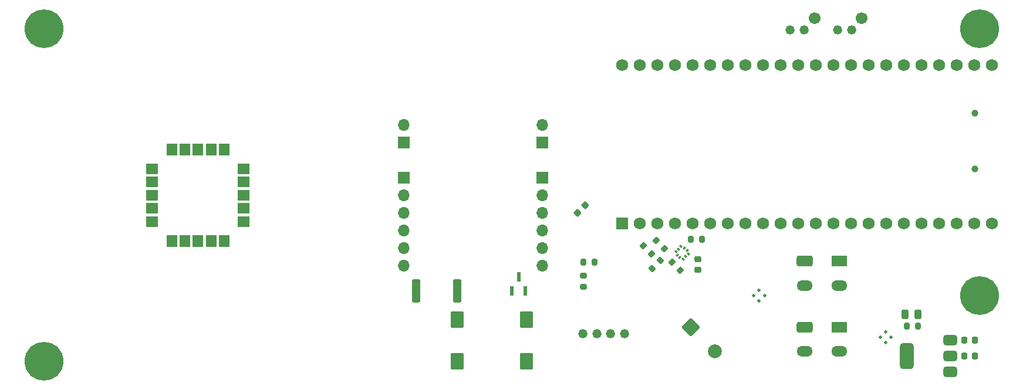
<source format=gts>
%TF.GenerationSoftware,KiCad,Pcbnew,9.0.5*%
%TF.CreationDate,2026-01-21T19:05:34-06:00*%
%TF.ProjectId,Elysium_2026_ACB,456c7973-6975-46d5-9f32-3032365f4143,rev?*%
%TF.SameCoordinates,Original*%
%TF.FileFunction,Soldermask,Top*%
%TF.FilePolarity,Negative*%
%FSLAX46Y46*%
G04 Gerber Fmt 4.6, Leading zero omitted, Abs format (unit mm)*
G04 Created by KiCad (PCBNEW 9.0.5) date 2026-01-21 19:05:34*
%MOMM*%
%LPD*%
G01*
G04 APERTURE LIST*
G04 Aperture macros list*
%AMRoundRect*
0 Rectangle with rounded corners*
0 $1 Rounding radius*
0 $2 $3 $4 $5 $6 $7 $8 $9 X,Y pos of 4 corners*
0 Add a 4 corners polygon primitive as box body*
4,1,4,$2,$3,$4,$5,$6,$7,$8,$9,$2,$3,0*
0 Add four circle primitives for the rounded corners*
1,1,$1+$1,$2,$3*
1,1,$1+$1,$4,$5*
1,1,$1+$1,$6,$7*
1,1,$1+$1,$8,$9*
0 Add four rect primitives between the rounded corners*
20,1,$1+$1,$2,$3,$4,$5,0*
20,1,$1+$1,$4,$5,$6,$7,0*
20,1,$1+$1,$6,$7,$8,$9,0*
20,1,$1+$1,$8,$9,$2,$3,0*%
G04 Aperture macros list end*
%ADD10C,3.600000*%
%ADD11C,5.600000*%
%ADD12RoundRect,0.102000X0.800000X-1.050000X0.800000X1.050000X-0.800000X1.050000X-0.800000X-1.050000X0*%
%ADD13R,1.803400X1.498600*%
%ADD14R,1.498600X1.803400*%
%ADD15RoundRect,0.250000X0.362500X1.425000X-0.362500X1.425000X-0.362500X-1.425000X0.362500X-1.425000X0*%
%ADD16O,1.700000X1.700000*%
%ADD17R,1.700000X1.700000*%
%ADD18RoundRect,0.225000X0.017678X-0.335876X0.335876X-0.017678X-0.017678X0.335876X-0.335876X0.017678X0*%
%ADD19RoundRect,0.250000X-1.060660X0.000000X0.000000X-1.060660X1.060660X0.000000X0.000000X1.060660X0*%
%ADD20C,2.000000*%
%ADD21RoundRect,0.243750X-0.243750X-0.456250X0.243750X-0.456250X0.243750X0.456250X-0.243750X0.456250X0*%
%ADD22RoundRect,0.200000X0.335876X0.053033X0.053033X0.335876X-0.335876X-0.053033X-0.053033X-0.335876X0*%
%ADD23RoundRect,0.200000X-0.335876X-0.053033X-0.053033X-0.335876X0.335876X0.053033X0.053033X0.335876X0*%
%ADD24RoundRect,0.225000X-0.225000X-0.250000X0.225000X-0.250000X0.225000X0.250000X-0.225000X0.250000X0*%
%ADD25RoundRect,0.375000X0.625000X0.375000X-0.625000X0.375000X-0.625000X-0.375000X0.625000X-0.375000X0*%
%ADD26RoundRect,0.500000X0.500000X1.400000X-0.500000X1.400000X-0.500000X-1.400000X0.500000X-1.400000X0*%
%ADD27RoundRect,0.225000X0.250000X-0.225000X0.250000X0.225000X-0.250000X0.225000X-0.250000X-0.225000X0*%
%ADD28RoundRect,0.200000X0.200000X0.275000X-0.200000X0.275000X-0.200000X-0.275000X0.200000X-0.275000X0*%
%ADD29R,2.300000X1.500000*%
%ADD30RoundRect,0.250001X-0.899999X0.499999X-0.899999X-0.499999X0.899999X-0.499999X0.899999X0.499999X0*%
%ADD31O,2.300000X1.500000*%
%ADD32R,0.558800X1.320800*%
%ADD33RoundRect,0.200000X-0.200000X-0.275000X0.200000X-0.275000X0.200000X0.275000X-0.200000X0.275000X0*%
%ADD34RoundRect,0.102000X0.765000X-0.765000X0.765000X0.765000X-0.765000X0.765000X-0.765000X-0.765000X0*%
%ADD35C,1.734000*%
%ADD36C,1.320800*%
%ADD37C,1.701800*%
%ADD38RoundRect,0.200000X-0.053033X0.335876X-0.335876X0.053033X0.053033X-0.335876X0.335876X-0.053033X0*%
%ADD39RoundRect,0.200000X-0.275000X0.200000X-0.275000X-0.200000X0.275000X-0.200000X0.275000X0.200000X0*%
%ADD40RoundRect,0.087500X0.026517X0.150260X-0.150260X-0.026517X-0.026517X-0.150260X0.150260X0.026517X0*%
%ADD41RoundRect,0.087500X-0.026517X0.150260X-0.150260X0.026517X0.026517X-0.150260X0.150260X-0.026517X0*%
%ADD42C,0.500000*%
%ADD43C,1.000000*%
G04 APERTURE END LIST*
D10*
%TO.C,REF\u002A\u002A*%
X64000000Y-53500000D03*
D11*
X64000000Y-53500000D03*
%TD*%
D12*
%TO.C,LS1*%
X123600000Y-101500000D03*
X133600000Y-101500000D03*
X123600000Y-95500000D03*
X133600000Y-95500000D03*
%TD*%
D10*
%TO.C,REF\u002A\u002A*%
X64000000Y-101500000D03*
D11*
X64000000Y-101500000D03*
%TD*%
D13*
%TO.C,U11*%
X79649998Y-73700000D03*
X79649998Y-75600001D03*
X79649998Y-77500000D03*
X79649998Y-79399999D03*
X79649998Y-81300000D03*
D14*
X82450000Y-84100002D03*
X84350001Y-84100002D03*
X86250000Y-84100002D03*
X88149999Y-84100002D03*
X90050000Y-84100002D03*
D13*
X92850002Y-81300000D03*
X92850002Y-79399999D03*
X92850002Y-77500000D03*
X92850002Y-75600001D03*
X92850002Y-73700000D03*
D14*
X90050000Y-70899998D03*
X88149999Y-70899998D03*
X86250000Y-70899998D03*
X84350001Y-70899998D03*
X82450000Y-70899998D03*
%TD*%
D15*
%TO.C,R26*%
X123650000Y-91300000D03*
X117725000Y-91300000D03*
%TD*%
D16*
%TO.C,U13*%
X115950000Y-67360000D03*
D17*
X115950000Y-69900000D03*
X115920000Y-74990000D03*
D16*
X115920000Y-77530000D03*
X115920000Y-80070000D03*
X115920000Y-82610000D03*
X115920000Y-85150000D03*
X115920000Y-87690000D03*
X135900000Y-67400000D03*
D17*
X135900000Y-69940000D03*
X135940000Y-75020000D03*
D16*
X135940000Y-77560000D03*
X135940000Y-80100000D03*
X135940000Y-82640000D03*
X135940000Y-85180000D03*
X135940000Y-87720000D03*
%TD*%
D18*
%TO.C,R20*%
X141000000Y-80100000D03*
X142096016Y-79003984D03*
%TD*%
D19*
%TO.C,C33*%
X157307233Y-96553546D03*
D20*
X160842767Y-100089080D03*
%TD*%
D21*
%TO.C,D5*%
X188250000Y-94704963D03*
X190125002Y-94704963D03*
%TD*%
D22*
%TO.C,R2*%
X153516726Y-85216726D03*
X152350000Y-84050000D03*
%TD*%
D23*
%TO.C,R1*%
X154650000Y-87200000D03*
X155816726Y-88366726D03*
%TD*%
D24*
%TO.C,C44*%
X196749999Y-100754961D03*
X198299999Y-100754961D03*
%TD*%
D10*
%TO.C,REF\u002A\u002A*%
X199000000Y-92000000D03*
D11*
X199000000Y-92000000D03*
%TD*%
D25*
%TO.C,U16*%
X194774999Y-103042461D03*
X194774998Y-100742461D03*
D26*
X188475000Y-100742461D03*
D25*
X194774999Y-98442461D03*
%TD*%
D27*
%TO.C,C42*%
X158350000Y-88300000D03*
X158350000Y-86750000D03*
%TD*%
D28*
%TO.C,R17*%
X143475000Y-87225000D03*
X141825000Y-87225000D03*
%TD*%
D29*
%TO.C,J2*%
X178757500Y-96560000D03*
D30*
X173757500Y-96560000D03*
D31*
X178757500Y-100060000D03*
X173757500Y-100060000D03*
%TD*%
D24*
%TO.C,C43*%
X196749999Y-98454959D03*
X198299999Y-98454959D03*
%TD*%
D32*
%TO.C,Q2*%
X131549999Y-91291900D03*
X133450001Y-91291900D03*
X132500000Y-89261500D03*
%TD*%
D33*
%TO.C,R19*%
X157300000Y-83850000D03*
X158950000Y-83850000D03*
%TD*%
D29*
%TO.C,BT1*%
X178800000Y-87050000D03*
D30*
X173800000Y-87050000D03*
D31*
X178800000Y-90550000D03*
X173800000Y-90550000D03*
%TD*%
D34*
%TO.C,U15*%
X147460000Y-81560000D03*
D35*
X150000000Y-81560001D03*
X152540000Y-81560000D03*
X155080000Y-81560000D03*
X157620000Y-81560000D03*
X160159999Y-81560000D03*
X162700001Y-81560000D03*
X165240000Y-81560000D03*
X167780000Y-81560000D03*
X170320000Y-81560000D03*
X172860001Y-81560000D03*
X175400000Y-81560000D03*
X177940000Y-81560000D03*
X180480000Y-81560000D03*
X183019999Y-81560000D03*
X185560001Y-81560000D03*
X188100000Y-81560000D03*
X190640000Y-81560000D03*
X193180000Y-81560000D03*
X195720001Y-81560000D03*
X198260000Y-81560000D03*
X200800000Y-81560000D03*
X147460000Y-58700000D03*
X150000000Y-58699999D03*
X152540000Y-58700000D03*
X155080000Y-58700000D03*
X157620000Y-58700000D03*
X160159999Y-58700000D03*
X162700001Y-58700000D03*
X165240000Y-58700000D03*
X167780000Y-58700000D03*
X170320000Y-58700000D03*
X172860001Y-58700000D03*
X175400000Y-58700000D03*
X177940000Y-58700000D03*
X180480000Y-58700000D03*
X183019999Y-58700000D03*
X185560001Y-58700000D03*
X188100000Y-58700000D03*
X190640000Y-58700000D03*
X193180000Y-58700000D03*
X195720001Y-58700000D03*
X198260000Y-58700000D03*
X200800000Y-58700000D03*
%TD*%
D36*
%TO.C,J3*%
X180512750Y-53671150D03*
X178512749Y-53671150D03*
D37*
X182012750Y-51971150D03*
%TD*%
D28*
%TO.C,R21*%
X190125000Y-96404958D03*
X188475000Y-96404958D03*
%TD*%
D22*
%TO.C,R3*%
X151675000Y-85975000D03*
X150508274Y-84808274D03*
%TD*%
D36*
%TO.C,J1*%
X147768099Y-97504299D03*
X145768100Y-97504299D03*
X143768099Y-97504299D03*
X141768101Y-97504299D03*
%TD*%
D10*
%TO.C,REF\u002A\u002A*%
X199000000Y-53500000D03*
D11*
X199000000Y-53500000D03*
%TD*%
D36*
%TO.C,J4*%
X173662750Y-53671150D03*
X171662749Y-53671150D03*
D37*
X175162750Y-51971150D03*
%TD*%
D38*
%TO.C,R31*%
X152900000Y-86950000D03*
X151733274Y-88116726D03*
%TD*%
D39*
%TO.C,R18*%
X141875002Y-89104500D03*
X141875002Y-90754500D03*
%TD*%
D40*
%TO.C,U14*%
X156788445Y-85462607D03*
X156434891Y-85109053D03*
D41*
X155886883Y-84932277D03*
X155533330Y-85285830D03*
X155179777Y-85639383D03*
D40*
X155356553Y-86187391D03*
X155710107Y-86540945D03*
D41*
X156258115Y-86717721D03*
X156611668Y-86364168D03*
X156965221Y-86010615D03*
%TD*%
D42*
%TO.C,U2*%
X167973314Y-92032111D03*
X167198314Y-92807111D03*
X167198314Y-91257111D03*
X166423314Y-92032111D03*
%TD*%
%TO.C,U1*%
X184680789Y-98004959D03*
X185455789Y-97229959D03*
X185455789Y-98779959D03*
X186230789Y-98004959D03*
%TD*%
D43*
%TO.C,J8*%
X198337500Y-65699999D03*
X198337500Y-73700000D03*
%TD*%
M02*

</source>
